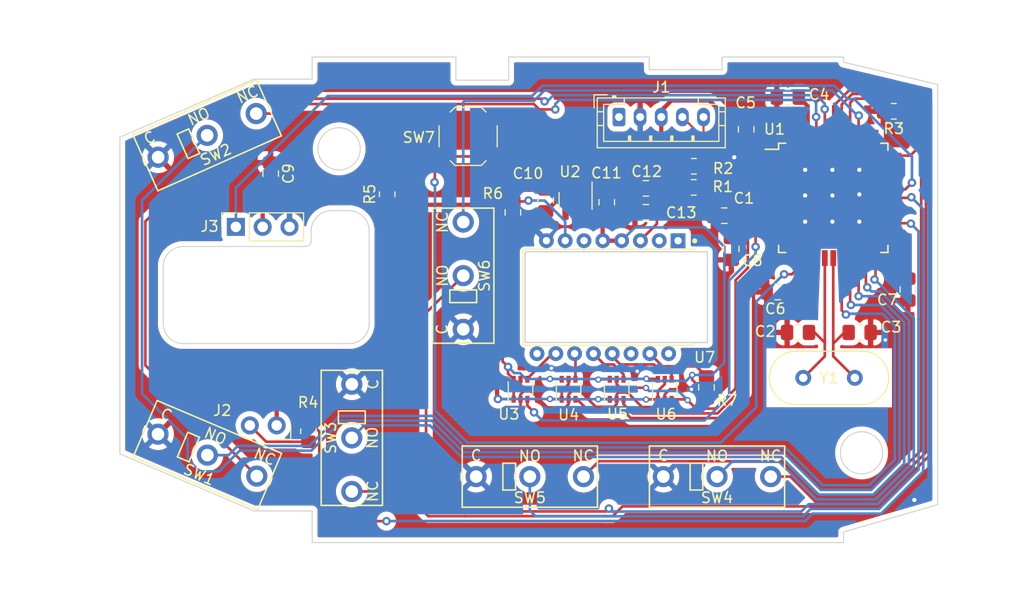
<source format=kicad_pcb>
(kicad_pcb (version 20210108) (generator pcbnew)
  (layers (0 "F.Cu" signal) (31 "B.Cu" signal) (34 "B.Paste" user) (35 "F.Paste" user) (36 "B.SilkS" user "B.Silkscreen") (37 "F.SilkS" user "F.Silkscreen") (38 "B.Mask" user) (39 "F.Mask" user) (44 "Edge.Cuts" user))
  (net 0 "")
  (net 1 "Net-(C1-Pad2)")
  (net 2 "GND")
  (net 3 "Net-(C2-Pad2)")
  (net 4 "Net-(C3-Pad2)")
  (net 5 "Net-(C4-Pad2)")
  (net 6 "Net-(J2-Pad2)")
  (net 7 "Net-(C9-Pad2)")
  (net 8 "Net-(SW7-Pad2)")
  (net 9 "VCC")
  (net 10 "VDD")
  (net 11 "Net-(C12-Pad1)")
  (net 12 "D+")
  (net 13 "D-")
  (net 14 "no_connect_(J1-Pad1)")
  (net 15 "WHL_COM")
  (net 16 "no_connect_(U7-Pad1)")
  (net 17 "MISO")
  (net 18 "/ATMEGA2_USB_D_P")
  (net 19 "/ATMEGA2_USB_D_N")
  (net 20 "WHL_LED")
  (net 21 "NRESET")
  (net 22 "+left")
  (net 23 "-left")
  (net 24 "+right")
  (net 25 "-right")
  (net 26 "+middle")
  (net 27 "-middle")
  (net 28 "+rsb")
  (net 29 "-rsb")
  (net 30 "+fsb")
  (net 31 "-fsb")
  (net 32 "+dpi")
  (net 33 "-dpi")
  (net 34 "no_connect_(U1-Pad32)")
  (net 35 "no_connect_(U1-Pad31)")
  (net 36 "no_connect_(U1-Pad30)")
  (net 37 "no_connect_(U1-Pad27)")
  (net 38 "no_connect_(U1-Pad26)")
  (net 39 "no_connect_(U1-Pad12)")
  (net 40 "MISO-H")
  (net 41 "MOSI-H")
  (net 42 "SCLK-H")
  (net 43 "SS-H")
  (net 44 "no_connect_(U1-Pad1)")
  (net 45 "no_connect_(U2-Pad4)")
  (net 46 "MOSI")
  (net 47 "SS")
  (net 48 "SCLK")
  (net 49 "no_connect_(U7-Pad2)")
  (net 50 "no_connect_(U7-Pad6)")
  (net 51 "no_connect_(U7-Pad9)")
  (net 52 "no_connect_(U7-Pad14)")
  (net 53 "no_connect_(U7-Pad16)")
  (net 54 "Net-(R3-Pad1)")
  (net 55 "Net-(R7-Pad2)")
  (footprint "Capacitor_SMD:C_0805_2012Metric_Pad1.18x1.45mm_HandSolder" (layer "F.Cu") (at 80.04 137.86 180)
    (fp_text reference "C13")
    (fp_text value "100nF")
  )
  (footprint "Connector_JST:JST_PH_B5B-PH-K_1x05_P2.00mm_Vertical" (layer "F.Cu") (at 77.49 128.84)
    (fp_text reference "J1")
    (fp_text value "Conn_01x05_Female")
  )
  (footprint "Capacitor_SMD:C_0805_2012Metric_Pad1.18x1.45mm_HandSolder" (layer "F.Cu") (at 104.84 145.18 -90)
    (fp_text reference "C7")
    (fp_text value "100nf")
  )
  (footprint "Capacitor_SMD:C_0805_2012Metric_Pad1.18x1.45mm_HandSolder" (layer "F.Cu") (at 67.45 137.87 -90)
    (fp_text reference "R6")
    (fp_text value "10k")
  )
  (footprint "Capacitor_SMD:C_0805_2012Metric_Pad1.18x1.45mm_HandSolder" (layer "F.Cu") (at 80.04 135.6 180)
    (fp_text reference "C12")
    (fp_text value "4.7uF")
  )
  (footprint "Capacitor_SMD:C_0805_2012Metric_Pad1.18x1.45mm_HandSolder" (layer "F.Cu") (at 88.12 141.33 -90)
    (fp_text reference "C8")
    (fp_text value "1uF")
  )
  (footprint "Crystal:Crystal_HC49-U_Vertical" (layer "F.Cu") (at 94.931579 153.544907)
    (fp_text reference "Y1")
    (fp_text value "16mhz Crystal")
  )
  (footprint "Capacitor_SMD:C_0805_2012Metric_Pad1.18x1.45mm_HandSolder" (layer "F.Cu") (at 76.33 136.91 90)
    (fp_text reference "C11")
    (fp_text value "1uF")
  )
  (footprint "Resistor_SMD:R_0805_2012Metric_Pad1.20x1.40mm_HandSolder" (layer "F.Cu") (at 48.1 158.6 90)
    (fp_text reference "R4")
    (fp_text value "150")
  )
  (footprint "Package_TO_SOT_SMD:SOT-363_SC-70-6" (layer "F.Cu") (at 77.27 154.63 90)
    (fp_text reference "U5")
    (fp_text value "SN74LVC1T45DCK")
  )
  (footprint "Resistor_SMD:R_0805_2012Metric_Pad1.20x1.40mm_HandSolder" (layer "F.Cu") (at 84.58 133.499999)
    (fp_text reference "R2")
    (fp_text value "22")
  )
  (footprint "Capacitor_SMD:C_0805_2012Metric_Pad1.18x1.45mm_HandSolder" (layer "F.Cu") (at 94.44 149.24)
    (fp_text reference "C2")
    (fp_text value "22pf")
  )
  (footprint "Capacitor_SMD:C_0805_2012Metric_Pad1.18x1.45mm_HandSolder" (layer "F.Cu") (at 100.27 149.24 180)
    (fp_text reference "C3")
    (fp_text value "22pf")
  )
  (footprint "Package_TO_SOT_SMD:SOT-363_SC-70-6" (layer "F.Cu") (at 72.72 154.63 90)
    (fp_text reference "U4")
    (fp_text value "SN74LVC1T45DCK")
  )
  (footprint "Capacitor_SMD:C_0805_2012Metric_Pad1.18x1.45mm_HandSolder" (layer "F.Cu") (at 87.46 138.18)
    (fp_text reference "C1")
    (fp_text value "1uF")
  )
  (footprint "Connector_PinSocket_2.54mm:PinSocket_1x03_P2.54mm_Vertical" (layer "F.Cu") (at 41.225 139.245 90)
    (fp_text reference "J3")
    (fp_text value "Conn_01x03_Female")
  )
  (footprint "Capacitor_SMD:C_0805_2012Metric_Pad1.18x1.45mm_HandSolder" (layer "F.Cu") (at 92.51 145.41 180)
    (fp_text reference "C6")
    (fp_text value "100nf")
  )
  (footprint "Resistor_SMD:R_0805_2012Metric_Pad1.20x1.40mm_HandSolder" (layer "F.Cu") (at 55.55 136.15 90)
    (fp_text reference "R5")
    (fp_text value "10")
  )
  (footprint "Capacitor_SMD:C_0805_2012Metric_Pad1.18x1.45mm_HandSolder" (layer "F.Cu") (at 93.47 126.96)
    (fp_text reference "C4")
    (fp_text value "100nF")
  )
  (footprint "mouse:Microswitch_SPDT_D2F" (layer "F.Cu") (at 62.75 143.865 90)
    (fp_text reference "SW6")
    (fp_text value "SW_SPDT")
  )
  (footprint "Resistor_SMD:R_0805_2012Metric_Pad1.20x1.40mm_HandSolder" (layer "F.Cu") (at 103.5 128.29 180)
    (fp_text reference "R3")
    (fp_text value "1k")
  )
  (footprint "mouse:Microswitch_SPDT_D2F" (layer "F.Cu") (at 38.53 160.865 -23)
    (fp_text reference "SW1")
    (fp_text value "SW_SPDT")
  )
  (footprint "Capacitor_SMD:C_0805_2012Metric_Pad1.18x1.45mm_HandSolder" (layer "F.Cu") (at 89.53 130 -90)
    (fp_text reference "C5")
    (fp_text value "100nf")
  )
  (footprint "Connector_PinSocket_2.54mm:PinSocket_1x02_P2.54mm_Vertical" (layer "F.Cu") (at 45.09 158.05 -90)
    (fp_text reference "J2")
    (fp_text value "Conn_01x02_Female")
  )
  (footprint "Capacitor_SMD:C_0805_2012Metric_Pad1.18x1.45mm_HandSolder" (layer "F.Cu") (at 44.52 134.2 -90)
    (fp_text reference "C9")
    (fp_text value "100nF")
  )
  (footprint "mouse:Microswitch_SPDT_D2F" (layer "F.Cu") (at 86.77 162.9)
    (fp_text reference "SW4")
    (fp_text value "SW_SPDT")
  )
  (footprint "Package_QFP:TQFP-44_10x10mm_P0.8mm" (layer "F.Cu") (at 97.771579 136.494907)
    (fp_text reference "U1")
    (fp_text value "ATmega32U4-AU")
  )
  (footprint "Capacitor_SMD:C_0805_2012Metric_Pad1.18x1.45mm_HandSolder" (layer "F.Cu") (at 70.55 136.73 -90)
    (fp_text reference "C10")
    (fp_text value "1uF")
  )
  (footprint "Package_TO_SOT_SMD:SOT-23-5" (layer "F.Cu") (at 73.38 136.78 -90)
    (fp_text reference "U2")
    (fp_text value "TLV70019")
  )
  (footprint "Capacitor_SMD:C_0805_2012Metric_Pad1.18x1.45mm_HandSolder" (layer "F.Cu") (at 85.77 154.45 90)
    (fp_text reference "R7")
    (fp_text value "39R")
  )
  (footprint "Package_TO_SOT_SMD:SOT-363_SC-70-6" (layer "F.Cu") (at 81.82 154.63 90)
    (fp_text reference "U6")
    (fp_text value "SN74LVC1T45DCK")
  )
  (footprint "mouse:PMW3360DM-T2QU" (layer "F.Cu") (at 77.42 145.9 180)
    (fp_text reference "U7")
    (fp_text value "PMW3360DM-T2QU")
    (fp_rect (start -8.44 -4.3) (end 8.82 4.3) (layer "Edge.Cuts") (width 0.12) (fill none))
  )
  (footprint "Resistor_SMD:R_0805_2012Metric_Pad1.20x1.40mm_HandSolder" (layer "F.Cu") (at 84.57 135.499999)
    (fp_text reference "R1")
    (fp_text value "22")
  )
  (footprint "mouse:Microswitch_SPDT_D2F" (layer "F.Cu") (at 52.2 159.23 -90)
    (fp_text reference "SW3")
    (fp_text value "SW_SPDT")
  )
  (footprint "Package_TO_SOT_SMD:SOT-363_SC-70-6" (layer "F.Cu") (at 68.17 154.63 90)
    (fp_text reference "U3")
    (fp_text value "SN74LVC1T45DCK")
  )
  (footprint "mouse:Microswitch_SPDT_D2F" (layer "F.Cu") (at 69.05 162.9)
    (fp_text reference "SW5")
    (fp_text value "SW_SPDT")
  )
  (footprint "mouse:Microswitch_SPDT_D2F" (layer "F.Cu") (at 38.51 130.575 24)
    (fp_text reference "SW2")
    (fp_text value "SW_SPDT")
  )
  (footprint "Button_Switch_SMD:SW_SPST_TL3342" (layer "F.Cu") (at 63.21 130.67)
    (fp_text reference "SW7")
    (fp_text value "SW_SPST")
  )
  (gr_arc (start 50.301843 139.657649) (end 48.35 139.497523) (angle 86.9) (layer "Edge.Cuts") (width 0.1))
  (gr_line (start 87.25 123.15) (end 98.75 123.15) (layer "Edge.Cuts") (width 0.1))
  (gr_line (start 67.05 123.15) (end 80.35 123.15) (layer "Edge.Cuts") (width 0.1))
  (gr_line (start 48.45 125.25) (end 42.95 125.25) (layer "Edge.Cuts") (width 0.1))
  (gr_line (start 48.35 140.6) (end 48.35 139.497523) (layer "Edge.Cuts") (width 0.1))
  (gr_line (start 98.75 168.15) (end 107.65 165.55) (layer "Edge.Cuts") (width 0.1))
  (gr_arc (start 51.936627 148.384908) (end 53.85 148.5) (angle 89) (layer "Edge.Cuts") (width 0.1))
  (gr_arc (start 36.254723 143.005249) (end 34.35 142.9) (angle 89.7) (layer "Edge.Cuts") (width 0.1))
  (gr_line (start 48.45 123.15) (end 62.05 123.15) (layer "Edge.Cuts") (width 0.1))
  (gr_line (start 87.25 123.15) (end 87.25 124.35) (layer "Edge.Cuts") (width 0.1))
  (gr_arc (start 47.817472 140.566717) (end 48.35 140.6) (angle 88.3) (layer "Edge.Cuts") (width 0.1))
  (gr_line (start 48.45 169.15) (end 48.45 166.15) (layer "Edge.Cuts") (width 0.1))
  (gr_line (start 42.95 125.25) (end 30.25 130.75) (layer "Edge.Cuts") (width 0.1))
  (gr_line (start 98.75 123.15) (end 98.75 123.65) (layer "Edge.Cuts") (width 0.1))
  (gr_line (start 80.35 123.15) (end 80.35 124.35) (layer "Edge.Cuts") (width 0.1))
  (gr_line (start 98.75 169.15) (end 98.75 168.15) (layer "Edge.Cuts") (width 0.1))
  (gr_arc (start 36.258808 148.392604) (end 36.144507 150.3) (angle 89.2) (layer "Edge.Cuts") (width 0.1))
  (gr_line (start 80.35 124.35) (end 87.25 124.35) (layer "Edge.Cuts") (width 0.1))
  (gr_line (start 62.05 125.35) (end 67.05 125.35) (layer "Edge.Cuts") (width 0.1))
  (gr_line (start 36.35 141.1) (end 47.8 141.1) (layer "Edge.Cuts") (width 0.1))
  (gr_line (start 48.45 166.15) (end 42.95 166.15) (layer "Edge.Cuts") (width 0.1))
  (gr_line (start 34.35 148.304944) (end 34.35 142.9) (layer "Edge.Cuts") (width 0.1))
  (gr_line (start 107.65 125.75) (end 107.65 165.55) (layer "Edge.Cuts") (width 0.1))
  (gr_line (start 98.75 169.15) (end 48.45 169.15) (layer "Edge.Cuts") (width 0.1))
  (gr_line (start 67.05 123.15) (end 67.05 125.35) (layer "Edge.Cuts") (width 0.1))
  (gr_line (start 42.95 166.15) (end 30.25 160.75) (layer "Edge.Cuts") (width 0.1))
  (gr_line (start 53.85 148.5) (end 53.85 139.706185) (layer "Edge.Cuts") (width 0.1))
  (gr_circle (center 100.45 160.65) (end 102.45 160.65) (layer "Edge.Cuts") (width 0.1) (fill none))
  (gr_arc (start 51.886783 139.656833) (end 52.052477 137.7) (angle 86.6) (layer "Edge.Cuts") (width 0.1))
  (gr_line (start 30.25 160.75) (end 30.25 130.75) (layer "Edge.Cuts") (width 0.1))
  (gr_circle (center 51 131.85) (end 53 131.85) (layer "Edge.Cuts") (width 0.1) (fill none))
  (gr_line (start 62.05 123.15) (end 62.05 125.35) (layer "Edge.Cuts") (width 0.1))
  (gr_line (start 48.45 123.15) (end 48.45 125.25) (layer "Edge.Cuts") (width 0.1))
  (gr_line (start 98.75 123.65) (end 107.65 125.75) (layer "Edge.Cuts") (width 0.1))
  (gr_line (start 50.356185 137.7) (end 52.052477 137.7) (layer "Edge.Cuts") (width 0.1))
  (gr_line (start 51.854944 150.3) (end 36.144507 150.3) (layer "Edge.Cuts") (width 0.1))
  (segment (start 89.24 138.18) (end 90.93 136.49) (width 0.4) (layer "F.Cu") (net 1))
  (segment (start 88.4975 138.18) (end 89.24 138.18) (width 0.4) (layer "F.Cu") (net 1))
  (segment (start 90.93 136.49) (end 92.066672 136.49) (width 0.4) (layer "F.Cu") (net 1))
  (segment (start 73.38 135.6725) (end 73.38 136.335) (width 0.4) (layer "F.Cu") (net 2))
  (segment (start 72.925 136.79) (end 73.38 136.335) (width 0.4) (layer "F.Cu") (net 2))
  (segment (start 88.455093 135.694907) (end 88.45 135.7) (width 0.4) (layer "F.Cu") (net 2))
  (segment (start 94.571579 130.794907) (end 94.571579 131.739927) (width 0.4) (layer "F.Cu") (net 2))
  (segment (start 81.82 156.04002) (end 81.55002 156.31) (width 0.25) (layer "F.Cu") (net 2))
  (segment (start 68.17 155.58) (end 68.17 156.64) (width 0.25) (layer "F.Cu") (net 2))
  (segment (start 72.72 155.11998) (end 73.04998 154.79) (width 0.25) (layer "F.Cu") (net 2))
  (segment (start 73.79 154.79) (end 75.29 156.29) (width 0.25) (layer "F.Cu") (net 2))
  (segment (start 92.071579 135.694907) (end 88.455093 135.694907) (width 0.4) (layer "F.Cu") (net 2))
  (segment (start 72.72 155.58) (end 72.72 155.11998) (width 0.25) (layer "F.Cu") (net 2))
  (segment (start 82.30998 154.63) (end 84.35 154.63) (width 0.25) (layer "F.Cu") (net 2))
  (segment (start 73.04998 154.79) (end 73.79 154.79) (width 0.25) (layer "F.Cu") (net 2))
  (segment (start 87.565093 135.694907) (end 88.455093 135.694907) (width 0.4) (layer "F.Cu") (net 2))
  (segment (start 96.171579 145.628421) (end 96.171579 142.194907) (width 0.4) (layer "F.Cu") (net 2))
  (segment (start 100.971579 129.478421) (end 100.99 129.46) (width 0.4) (layer "F.Cu") (net 2))
  (segment (start 77.27 156.04002) (end 77.27 155.58) (width 0.25) (layer "F.Cu") (net 2))
  (segment (start 94.571579 131.739927) (end 95.171652 132.34) (width 0.4) (layer "F.Cu") (net 2))
  (segment (start 73.38 136.335) (end 73.855 136.81) (width 0.4) (layer "F.Cu") (net 2))
  (segment (start 69.19 154.82) (end 70.72 156.35) (width 0.25) (layer "F.Cu") (net 2))
  (segment (start 100.971579 131.739927) (end 100.971579 130.794907) (width 0.4) (layer "F.Cu") (net 2))
  (segment (start 72.72 156.04002) (end 72.72 155.58) (width 0.25) (layer "F.Cu") (net 2))
  (segment (start 95.171652 132.34) (end 100.371506 132.34) (width 0.4) (layer "F.Cu") (net 2))
  (segment (start 100.371506 132.34) (end 100.971579 131.739927) (width 0.4) (layer "F.Cu") (net 2))
  (segment (start 79.67 156.31) (end 78.289989 154.929989) (width 0.25) (layer "F.Cu") (net 2))
  (segment (start 94.571579 128.471579) (end 94.571579 130.794907) (width 0.4) (layer "F.Cu") (net 2))
  (segment (start 96.08 145.72) (end 96.171579 145.628421) (width 0.4) (layer "F.Cu") (net 2))
  (segment (start 86.4225 136.8375) (end 87.565093 135.694907) (width 0.4) (layer "F.Cu") (net 2))
  (segment (start 81.82 155.11998) (end 82.30998 154.63) (width 0.25) (layer "F.Cu") (net 2))
  (segment (start 71.5575 136.79) (end 72.925 136.79) (width 0.4) (layer "F.Cu") (net 2))
  (segment (start 81.82 155.58) (end 81.82 156.04002) (width 0.25) (layer "F.Cu") (net 2))
  (segment (start 70.55 137.7975) (end 71.5575 136.79) (width 0.4) (layer "F.Cu") (net 2))
  (segment (start 78.289989 154.929989) (end 77.459991 154.929989) (width 0.25) (layer "F.Cu") (net 2))
  (segment (start 94.51 128.41) (end 94.571579 128.471579) (width 0.4) (layer "F.Cu") (net 2))
  (segment (start 75.4225 136.81) (end 76.33 135.9025) (width 0.4) (layer "F.Cu") (net 2))
  (segment (start 77.459991 154.929989) (end 77.27 155.11998) (width 0.25) (layer "F.Cu") (net 2))
  (segment (start 77.02002 156.29) (end 77.27 156.04002) (width 0.25) (layer "F.Cu") (net 2))
  (segment (start 81.82 155.58) (end 81.82 155.11998) (width 0.25) (layer "F.Cu") (net 2))
  (segment (start 77.27 155.11998) (end 77.27 155.58) (width 0.25) (layer "F.Cu") (net 2))
  (segment (start 86.4225 138.18) (end 86.4225 136.8375) (width 0.4) (layer "F.Cu") (net 2))
  (segment (start 81.55002 156.31) (end 79.67 156.31) (width 0.25) (layer "F.Cu") (net 2))
  (segment (start 73.855 136.81) (end 75.4225 136.81) (width 0.4) (layer "F.Cu") (net 2))
  (segment (start 72.41002 156.35) (end 72.72 156.04002) (width 0.25) (layer "F.Cu") (net 2))
  (segment (start 75.29 156.29) (end 77.02002 156.29) (width 0.25) (layer "F.Cu") (net 2))
  (segment (start 100.971579 130.794907) (end 100.971579 129.478421) (width 0.4) (layer "F.Cu") (net 2))
  (segment (start 68.17 155.58) (end 68.17 155.11998) (width 0.25) (layer "F.Cu") (net 2))
  (segment (start 70.72 156.35) (end 72.41002 156.35) (width 0.25) (layer "F.Cu") (net 2))
  (segment (start 68.17 155.11998) (end 68.46998 154.82) (width 0.25) (layer "F.Cu") (net 2))
  (segment (start 68.46998 154.82) (end 69.19 154.82) (width 0.25) (layer "F.Cu") (net 2))
  (via (at 95.11 138.75) (size 0.8) (drill 0.4) (layers "F.Cu" "B.Cu") (net 2))
  (via (at 95.11 133.84) (size 0.8) (drill 0.4) (layers "F.Cu" "B.Cu") (net 2))
  (via (at 102.704 149.96) (size 0.6) (drill 0.33) (layers "F.Cu" "B.Cu") (net 2))
  (via (at 79.22 152.92) (size 0.6) (drill 0.33) (layers "F.Cu" "B.Cu") (net 2))
  (via (at 100.24 136.17) (size 0.8) (drill 0.4) (layers "F.Cu" "B.Cu") (net 2))
  (via (at 71.09 152.63) (size 0.6) (drill 0.33) (layers "F.Cu" "B.Cu") (net 2))
  (via (at 95.11 136.27) (size 0.8) (drill 0.4) (layers "F.Cu" "B.Cu") (net 2))
  (via (at 84.35 154.63) (size 0.6) (drill 0.33) (layers "F.Cu" "B.Cu") (net 2))
  (via (at 97.69 138.75) (size 0.8) (drill 0.4) (layers "F.Cu" "B.Cu") (net 2))
  (via (at 97.69 133.84) (size 0.8) (drill 0.4) (layers "F.Cu" "B.Cu") (net 2))
  (via (at 100.24 133.84) (size 0.8) (drill 0.4) (layers "F.Cu" "B.Cu") (net 2))
  (via (at 88.4 132.65) (size 0.8) (drill 0.4) (layers "F.Cu" "B.Cu") (net 2))
  (via (at 105.45 165.11) (size 0.8) (drill 0.4) (layers "F.Cu" "B.Cu") (net 2))
  (via (at 97.69 136.27) (size 0.8) (drill 0.4) (layers "F.Cu" "B.Cu") (net 2))
  (via (at 100.24 138.75) (size 0.8) (drill 0.4) (layers "F.Cu" "B.Cu") (net 2))
  (segment (start 107.02 127.45) (end 107.02 163.54) (width 0.25) (layer "B.Cu") (net 2))
  (segment (start 106.795 127.435) (end 107.005 127.435) (width 0.25) (layer "B.Cu") (net 2))
  (segment (start 106.795 163.765) (end 106.795 127.435) (width 0.25) (layer "B.Cu") (net 2))
  (segment (start 107.02 163.54) (end 105.45 165.11) (width 0.25) (layer "B.Cu") (net 2))
  (segment (start 107.005 127.435) (end 107.02 127.45) (width 0.25) (layer "B.Cu") (net 2))
  (segment (start 96 149.24) (end 96.971579 150.211579) (width 0.25) (layer "F.Cu") (net 3))
  (segment (start 95.4775 149.24) (end 96 149.24) (width 0.25) (layer "F.Cu") (net 3))
  (segment (start 96.971579 142.194907) (end 96.971579 151.504907) (width 0.25) (layer "F.Cu") (net 3))
  (segment (start 96.971579 151.504907) (end 94.931579 153.544907) (width 0.25) (layer "F.Cu") (net 3))
  (segment (start 97.771579 151.504907) (end 99.811579 153.544907) (width 0.25) (layer "F.Cu") (net 4))
  (segment (start 98.83 149.24) (end 97.771579 150.298421) (width 0.25) (layer "F.Cu") (net 4))
  (segment (start 97.771579 142.194907) (end 97.771579 150.298421) (width 0.25) (layer "F.Cu") (net 4))
  (segment (start 97.771579 150.298421) (end 97.771579 151.504907) (width 0.25) (layer "F.Cu") (net 4))
  (segment (start 95.349989 130.773317) (end 95.349989 127.802489) (width 0.4) (layer "F.Cu") (net 5))
  (segment (start 95.349989 127.802489) (end 94.5075 126.96) (width 0.4) (layer "F.Cu") (net 5))
  (segment (start 48.1 159.6) (end 44.1 159.6) (width 0.25) (layer "F.Cu") (net 6))
  (segment (start 44.1 159.6) (end 42.55 158.05) (width 0.25) (layer "F.Cu") (net 6))
  (segment (start 44.52 135.2375) (end 55.4625 135.2375) (width 0.4) (layer "F.Cu") (net 7))
  (segment (start 44.52 137.03) (end 44.52 135.2375) (width 0.4) (layer "F.Cu") (net 7))
  (segment (start 43.765 137.785) (end 44.52 137.03) (width 0.4) (layer "F.Cu") (net 7))
  (segment (start 43.765 139.245) (end 43.765 137.785) (width 0.4) (layer "F.Cu") (net 7))
  (segment (start 93.12 143.735) (end 93.841506 143.735) (width 0.25) (layer "F.Cu") (net 8))
  (segment (start 94.571579 143.004927) (end 94.571579 142.194907) (width 0.25) (layer "F.Cu") (net 8))
  (segment (start 93.841506 143.735) (end 94.571579 143.004927) (width 0.25) (layer "F.Cu") (net 8))
  (segment (start 60.03 135.01) (end 60.06 134.98) (width 0.25) (layer "F.Cu") (net 8))
  (segment (start 60.06 132.57) (end 66.36 132.57) (width 0.25) (layer "F.Cu") (net 8))
  (segment (start 60.06 134.98) (end 60.06 132.57) (width 0.25) (layer "F.Cu") (net 8))
  (via (at 93.12 143.735) (size 0.8) (drill 0.4) (layers "F.Cu" "B.Cu") (net 8))
  (via (at 60.03 135.01) (size 0.8) (drill 0.4) (layers "F.Cu" "B.Cu") (net 8))
  (segment (start 87.12002 159.68998) (end 90.49 156.32) (width 0.25) (layer "B.Cu") (net 8))
  (segment (start 60.12998 156.69998) (end 60.149252 156.69998) (width 0.25) (layer "B.Cu") (net 8))
  (segment (start 90.49 146.32) (end 93.075 143.735) (width 0.25) (layer "B.Cu") (net 8))
  (segment (start 60.03 135.01) (end 60.07 135.05) (width 0.25) (layer "B.Cu") (net 8))
  (segment (start 63.139252 159.68998) (end 87.12002 159.68998) (width 0.25) (layer "B.Cu") (net 8))
  (segment (start 90.49 156.32) (end 90.49 146.32) (width 0.25) (layer "B.Cu") (net 8))
  (segment (start 93.075 143.735) (end 93.12 143.735) (width 0.25) (layer "B.Cu") (net 8))
  (segment (start 60.07 135.05) (end 60.07 156.64) (width 0.25) (layer "B.Cu") (net 8))
  (segment (start 60.07 156.64) (end 60.12998 156.69998) (width 0.25) (layer "B.Cu") (net 8))
  (segment (start 60.149252 156.69998) (end 63.139252 159.68998) (width 0.25) (layer "B.Cu") (net 8))
  (segment (start 89.53 130.755) (end 86.045 127.27) (width 0.4) (layer "F.Cu") (net 9))
  (segment (start 104.99 140.268308) (end 104.99 143.9925) (width 0.4) (layer "F.Cu") (net 9))
  (segment (start 73.9 134.55) (end 72.82 134.55) (width 0.4) (layer "F.Cu") (net 9))
  (segment (start 66.01 136.33) (end 66.055 136.285) (width 0.25) (layer "F.Cu") (net 9))
  (segment (start 70.96 155.55) (end 72.04 155.55) (width 0.25) (layer "F.Cu") (net 9))
  (segment (start 91.205093 137.294907) (end 92.071579 137.294907) (width 0.4) (layer "F.Cu") (net 9))
  (segment (start 66.03 155.55) (end 67.49 155.55) (width 0.25) (layer "F.Cu") (net 9))
  (segment (start 65.19 137.15) (end 66.6175 135.7225) (width 0.4) (layer "F.Cu") (net 9))
  (segment (start 86.045 127.27) (end 82.45 127.27) (width 0.4) (layer "F.Cu") (net 9))
  (segment (start 93.205093 137.294907) (end 93.65 136.85) (width 0.4) (layer "F.Cu") (net 9))
  (segment (start 103.471579 139.694907) (end 102.526559 139.694907) (width 0.4) (layer "F.Cu") (net 9))
  (segment (start 81.49 130.34) (end 80.06 131.77) (width 0.4) (layer "F.Cu") (net 9))
  (segment (start 80.07 155.58) (end 80.05 155.6) (width 0.25) (layer "F.Cu") (net 9))
  (segment (start 93.016599 133.294907) (end 92.071579 133.294907) (width 0.4) (layer "F.Cu") (net 9))
  (segment (start 101.578466 140.643) (end 101.457 140.643) (width 0.4) (layer "F.Cu") (net 9))
  (segment (start 91.998251 133.294907) (end 91.224907 133.294907) (width 0.4) (layer "F.Cu") (net 9))
  (segment (start 67.52 155.58) (end 67.52 154.79002) (width 0.25) (layer "F.Cu") (net 9))
  (segment (start 82.45 127.27) (end 81.49 128.23) (width 0.4) (layer "F.Cu") (net 9))
  (segment (start 68.17 154.14002) (end 68.17 153.68) (width 0.25) (layer "F.Cu") (net 9))
  (segment (start 104.416599 139.694907) (end 104.99 140.268308) (width 0.4) (layer "F.Cu") (net 9))
  (segment (start 66.03 155.55) (end 65.95 155.47) (width 0.4) (layer "F.Cu") (net 9))
  (segment (start 48.918 151.93) (end 45.09 155.758) (width 0.4) (layer "F.Cu") (net 9))
  (segment (start 80.06 131.77) (end 77.69 131.77) (width 0.4) (layer "F.Cu") (net 9))
  (segment (start 53.43 151.93) (end 48.918 151.93) (width 0.4) (layer "F.Cu") (net 9))
  (segment (start 55.545 137.155) (end 55.545 149.815) (width 0.4) (layer "F.Cu") (net 9))
  (segment (start 75.526 155.57) (end 76.61 155.57) (width 0.25) (layer "F.Cu") (net 9))
  (segment (start 93.205093 137.294907) (end 92.071579 137.294907) (width 0.4) (layer "F.Cu") (net 9))
  (segment (start 74.33 134.98) (end 73.9 134.55) (width 0.4) (layer "F.Cu") (net 9))
  (segment (start 72.07 154.79002) (end 72.72 154.14002) (width 0.25) (layer "F.Cu") (net 9))
  (segment (start 93.65 133.928308) (end 93.016599 133.294907) (width 0.4) (layer "F.Cu") (net 9))
  (segment (start 88.2075 140.2925) (end 91.205093 137.294907) (width 0.4) (layer "F.Cu") (net 9))
  (segment (start 72.07 155.58) (end 72.07 154.79002) (width 0.25) (layer "F.Cu") (net 9))
  (segment (start 93.65 139.536) (end 93.65 133.928308) (width 0.4) (layer "F.Cu") (net 9))
  (segment (start 66.03 136.35) (end 66.01 136.33) (width 0.25) (layer "F.Cu") (net 9))
  (segment (start 81.82 154.14002) (end 81.82 153.68) (width 0.25) (layer "F.Cu") (net 9))
  (segment (start 72.72 154.14002) (end 72.72 153.68) (width 0.25) (layer "F.Cu") (net 9))
  (segment (start 93.771579 130.794907) (end 93.528986 131.0375) (width 0.4) (layer "F.Cu") (net 9))
  (segment (start 103.471579 139.694907) (end 104.416599 139.694907) (width 0.4) (layer "F.Cu") (net 9))
  (segment (start 101.578466 140.643) (end 94.777 140.643) (width 0.4) (layer "F.Cu") (net 9))
  (segment (start 65.95 155.47) (end 65.95 136.43) (width 0.4) (layer "F.Cu") (net 9))
  (segment (start 77.69 131.77) (end 74.33 135.13) (width 0.4) (layer "F.Cu") (net 9))
  (segment (start 95.371579 143.585921) (end 93.5475 145.41) (width 0.4) (layer "F.Cu") (net 9))
  (segment (start 95.371579 142.194907) (end 95.371579 143.585921) (width 0.4) (layer "F.Cu") (net 9))
  (segment (start 101.771579 138.881579) (end 101.771579 130.794907) (width 0.4) (layer "F.Cu") (net 9))
  (segment (start 81.17 155.58) (end 81.17 154.79002) (width 0.25) (layer "F.Cu") (net 9))
  (segment (start 53.622 151.738) (end 53.558 151.738) (width 0.25) (layer "F.Cu") (net 9))
  (segment (start 72.82 134.55) (end 72.43 134.94) (width 0.4) (layer "F.Cu") (net 9))
  (segment (start 102.526559 139.636559) (end 101.771579 138.881579) (width 0.4) (layer "F.Cu") (net 9))
  (segment (start 94.777 140.643) (end 94.767 140.653) (width 0.4) (layer "F.Cu") (net 9))
  (segment (start 95.371579 141.257579) (end 93.65 139.536) (width 0.4) (layer "F.Cu") (net 9))
  (segment (start 55.55 137.15) (end 65.19 137.15) (width 0.4) (layer "F.Cu") (net 9))
  (segment (start 55.545 149.815) (end 53.622 151.738) (width 0.4) (layer "F.Cu") (net 9))
  (segment (start 65.95 136.43) (end 66.03 136.35) (width 0.4) (layer "F.Cu") (net 9))
  (segment (start 53.622 151.738) (end 53.43 151.93) (width 0.4) (layer "F.Cu") (net 9))
  (segment (start 90.82 132.3275) (end 89.53 131.0375) (width 0.4) (layer "F.Cu") (net 9))
  (segment (start 81.17 155.58) (end 80.07 155.58) (width 0.25) (layer "F.Cu") (net 9))
  (segment (start 90.82 132.89) (end 90.82 132.3275) (width 0.4) (layer "F.Cu") (net 9))
  (segment (start 72.38 135.7225) (end 70.55 135.7225) (width 0.4) (layer "F.Cu") (net 9))
  (segment (start 74.33 135.6425) (end 74.33 134.98) (width 0.4) (layer "F.Cu") (net 9))
  (segment (start 66.6175 135.7225) (end 70.55 135.7225) (width 0.4) (layer "F.Cu") (net 9))
  (segment (start 102.526559 139.694907) (end 101.578466 140.643) (width 0.4) (layer "F.Cu") (net 9))
  (segment (start 91.224907 133.294907) (end 90.82 132.89) (width 0.4) (layer "F.Cu") (net 9))
  (segment (start 72.43 134.94) (end 72.43 135.6425) (width 0.4) (layer "F.Cu") (net 9))
  (segment (start 67.52 154.79002) (end 68.17 154.14002) (width 0.25) (layer "F.Cu") (net 9))
  (segment (start 81.17 154.79002) (end 81.82 154.14002) (width 0.25) (layer "F.Cu") (net 9))
  (segment (start 45.09 155.758) (end 45.09 158.05) (width 0.4) (layer "F.Cu") (net 9))
  (segment (start 95.371579 142.194907) (end 95.371579 141.257579) (width 0.4) (layer "F.Cu") (net 9))
  (segment (start 81.49 128.84) (end 81.49 130.34) (width 0.4) (layer "F.Cu") (net 9))
  (segment (start 93.528986 131.0375) (end 89.53 131.0375) (width 0.4) (layer "F.Cu") (net 9))
  (via (at 75.526 155.57) (size 0.6) (drill 0.33) (layers "F.Cu" "B.Cu") (net 9))
  (via (at 80.05 155.6) (size 0.6) (drill 0.33) (layers "F.Cu" "B.Cu") (net 9))
  (via (at 70.96 155.55) (size 0.6) (drill 0.33) (layers "F.Cu" "B.Cu") (net 9))
  (via (at 66.03 155.55) (size 0.8) (drill 0.4) (layers "F.Cu" "B.Cu") (net 9))
  (segment (start 70.96 155.55) (end 70.98 155.57) (width 0.25) (layer "B.Cu") (net 9))
  (segment (start 70.96 155.55) (end 66.03 155.55) (width 0.25) (layer "B.Cu") (net 9))
  (segment (start 80.05 155.6) (end 80.03 155.58) (width 0.25) (layer "B.Cu") (net 9))
  (segment (start 80.03 155.58) (end 75.536 155.58) (width 0.25) (layer "B.Cu") (net 9))
  (segment (start 70.98 155.57) (end 75.526 155.57) (width 0.25) (layer "B.Cu") (net 9))
  (segment (start 66.03 155.55) (end 65.98998 155.50998) (width 0.25) (layer "B.Cu") (net 9))
  (segment (start 75.536 155.58) (end 75.526 155.57) (width 0.25) (layer "B.Cu") (net 9))
  (segment (start 70.954 153.65) (end 72.04 153.65) (width 0.25) (layer "F.Cu") (net 10))
  (segment (start 66.99 152.5) (end 66.99 153.15) (width 0.25) (layer "F.Cu") (net 10))
  (segment (start 76.3 137.9775) (end 75.94 138.3375) (width 0.4) (layer "F.Cu") (net 10))
  (segment (start 74.36 137.9475) (end 76.33 137.9475) (width 0.4) (layer "F.Cu") (net 10))
  (segment (start 75.53 153.71) (end 75.56 153.68) (width 0.25) (layer "F.Cu") (net 10))
  (segment (start 85.056818 154.346818) (end 85.77 155.06) (width 0.25) (layer "F.Cu") (net 10))
  (segment (start 66.99 153.15) (end 67.52 153.68) (width 0.25) (layer "F.Cu") (net 10))
  (segment (start 80.08 153.63) (end 80.09 153.64) (width 0.25) (layer "F.Cu") (net 10))
  (segment (start 66.48002 151.99002) (end 66.99 152.5) (width 0.25) (layer "F.Cu") (net 10))
  (segment (start 77.74 140.55) (end 75.96 140.55) (width 0.4) (layer "F.Cu") (net 10))
  (segment (start 84.42 153.27) (end 84.42 153.72) (width 0.25) (layer "F.Cu") (net 10))
  (segment (start 84.42 153.72) (end 85.046818 154.346818) (width 0.25) (layer "F.Cu") (net 10))
  (segment (start 75.56 153.68) (end 76.62 153.68) (width 0.25) (layer "F.Cu") (net 10))
  (segment (start 66.48002 140.20998) (end 66.48002 151.99002) (width 0.25) (layer "F.Cu") (net 10))
  (segment (start 85.046818 154.346818) (end 85.056818 154.346818) (width 0.25) (layer "F.Cu") (net 10))
  (segment (start 67.45 139.24) (end 66.48002 140.20998) (width 0.25) (layer "F.Cu") (net 10))
  (segment (start 75.94 138.3375) (end 75.94 140.53) (width 0.4) (layer "F.Cu") (net 10))
  (segment (start 80.09 153.64) (end 81.13 153.64) (width 0.25) (layer "F.Cu") (net 10))
  (via (at 70.954 153.65) (size 0.6) (drill 0.33) (layers "F.Cu" "B.Cu") (net 10))
  (via (at 80.08 153.63) (size 0.6) (drill 0.33) (layers "F.Cu" "B.Cu") (net 10))
  (via (at 84.42 153.27) (size 0.6) (drill 0.33) (layers "F.Cu" "B.Cu") (net 10))
  (via (at 75.53 153.71) (size 0.6) (drill 0.33) (layers "F.Cu" "B.Cu") (net 10))
  (via (at 66.99 152.5) (size 0.8) (drill 0.4) (layers "F.Cu" "B.Cu") (net 10))
  (segment (start 84.42 153.27) (end 86.3 153.27) (width 0.25) (layer "B.Cu") (net 10))
  (segment (start 87.464 141.134) (end 85.622 139.292) (width 0.25) (layer "B.Cu") (net 10))
  (segment (start 75.53 153.71) (end 75.6 153.64) (width 0.25) (layer "B.Cu") (net 10))
  (segment (start 70.954 153.65) (end 68.67 153.65) (width 0.25) (layer "B.Cu") (net 10))
  (segment (start 85.622 139.292) (end 78.998 139.292) (width 0.25) (layer "B.Cu") (net 10))
  (segment (start 78.998 139.292) (end 77.74 140.55) (width 0.25) (layer "B.Cu") (net 10))
  (segment (start 80.07 153.64) (end 80.08 153.63) (width 0.25) (layer "B.Cu") (net 10))
  (segment (start 80.08 153.63) (end 80.28 153.83) (width 0.25) (layer "B.Cu") (net 10))
  (segment (start 68.11 153.09) (end 67.58 153.09) (width 0.25) (layer "B.Cu") (net 10))
  (segment (start 68.67 153.65) (end 68.11 153.09) (width 0.25) (layer "B.Cu") (net 10))
  (segment (start 80.28 153.83) (end 83.86 153.83) (width 0.25) (layer "B.Cu") (net 10))
  (segment (start 67.58 153.09) (end 66.99 152.5) (width 0.25) (layer "B.Cu") (net 10))
  (segment (start 75.53 153.71) (end 75.47 153.65) (width 0.25) (layer "B.Cu") (net 10))
  (segment (start 87.464 152.106) (end 87.464 141.134) (width 0.25) (layer "B.Cu") (net 10))
  (segment (start 75.6 153.64) (end 80.07 153.64) (width 0.25) (layer "B.Cu") (net 10))
  (segment (start 83.86 153.83) (end 84.42 153.27) (width 0.25) (layer "B.Cu") (net 10))
  (segment (start 86.3 153.27) (end 87.464 152.106) (width 0.25) (layer "B.Cu") (net 10))
  (segment (start 75.47 153.65) (end 70.954 153.65) (width 0.25) (layer "B.Cu") (net 10))
  (segment (start 81.0775 135.6) (end 81.0775 137.86) (width 0.25) (layer "F.Cu") (net 11))
  (segment (start 81.0775 138.9525) (end 81.0775 137.86) (width 0.25) (layer "F.Cu") (net 11))
  (segment (start 79.52 140.51) (end 81.0775 138.9525) (width 0.25) (layer "F.Cu") (net 11))
  (segment (start 84.674999 134.395) (end 83.57 135.499999) (width 0.2) (layer "F.Cu") (net 12))
  (segment (start 85.49 128.84) (end 85.49 132.012153) (width 0.2) (layer "F.Cu") (net 12))
  (segment (start 84.67998 132.822173) (end 84.67998 134.390018) (width 0.2) (layer "F.Cu") (net 12))
  (segment (start 84.67998 134.390018) (end 84.674999 134.395) (width 0.2) (layer "F.Cu") (net 12))
  (segment (start 85.49 132.012153) (end 84.67998 132.822173) (width 0.2) (layer "F.Cu") (net 12))
  (segment (start 85.039999 131.825771) (end 84.229989 132.635781) (width 0.2) (layer "F.Cu") (net 13))
  (segment (start 85.039999 130.389999) (end 85.039999 131.825771) (width 0.2) (layer "F.Cu") (net 13))
  (segment (start 84.229989 133.499999) (end 83.58 133.499999) (width 0.2) (layer "F.Cu") (net 13))
  (segment (start 84.229989 132.635781) (end 84.229989 133.499999) (width 0.2) (layer "F.Cu") (net 13))
  (segment (start 83.49 128.84) (end 85.039999 130.389999) (width 0.2) (layer "F.Cu") (net 13))
  (segment (start 105.22 135.06) (end 104.585093 135.694907) (width 0.25) (layer "F.Cu") (net 15))
  (segment (start 104.585093 135.694907) (end 103.471579 135.694907) (width 0.25) (layer "F.Cu") (net 15))
  (via (at 105.22 135.06) (size 0.8) (drill 0.4) (layers "F.Cu" "B.Cu") (net 15))
  (segment (start 49.914 126.846) (end 41.225 135.535) (width 0.25) (layer "B.Cu") (net 15))
  (segment (start 105.22 132.6) (end 99.76 127.14) (width 0.25) (layer "B.Cu") (net 15))
  (segment (start 69.265496 126.846) (end 49.914 126.846) (width 0.25) (layer "B.Cu") (net 15))
  (segment (start 97.866364 125.86994) (end 70.241556 125.86994) (width 0.25) (layer "B.Cu") (net 15))
  (segment (start 70.241556 125.86994) (end 69.265496 126.846) (width 0.25) (layer "B.Cu") (net 15))
  (segment (start 105.22 135.06) (end 105.22 132.6) (width 0.25) (layer "B.Cu") (net 15))
  (segment (start 41.225 135.535) (end 41.225 139.245) (width 0.25) (layer "B.Cu") (net 15))
  (segment (start 99.136424 127.14) (end 97.866364 125.86994) (width 0.25) (layer "B.Cu") (net 15))
  (segment (start 99.76 127.14) (end 99.136424 127.14) (width 0.25) (layer "B.Cu") (net 15))
  (segment (start 76.975031 152.275011) (end 76.095011 152.275011) (width 0.25) (layer "F.Cu") (net 17))
  (segment (start 77.92 153.21998) (end 76.975031 152.275011) (width 0.25) (layer "F.Cu") (net 17))
  (segment (start 77.92 153.68) (end 77.92 153.21998) (width 0.25) (layer "F.Cu") (net 17))
  (segment (start 76.095011 152.275011) (end 75.07 151.25) (width 0.25) (layer "F.Cu") (net 17))
  (segment (start 89.129909 134.72) (end 86.349999 134.72) (width 0.2) (layer "F.Cu") (net 18))
  (segment (start 91.89658 134.719908) (end 89.130001 134.719908) (width 0.2) (layer "F.Cu") (net 18))
  (segment (start 86.349999 134.72) (end 85.57 135.499999) (width 0.2) (layer "F.Cu") (net 18))
  (segment (start 89.130001 134.719908) (end 89.129909 134.72) (width 0.2) (layer "F.Cu") (net 18))
  (segment (start 89.129909 134.269998) (end 86.349999 134.269998) (width 0.2) (layer "F.Cu") (net 19))
  (segment (start 91.89658 134.269906) (end 89.130001 134.269906) (width 0.2) (layer "F.Cu") (net 19))
  (segment (start 89.130001 134.269906) (end 89.129909 134.269998) (width 0.2) (layer "F.Cu") (net 19))
  (segment (start 86.349999 134.269998) (end 85.58 133.499999) (width 0.2) (layer "F.Cu") (net 19))
  (segment (start 105.110093 136.494907) (end 103.471579 136.494907) (width 0.25) (layer "F.Cu") (net 20))
  (segment (start 49.12502 164.76502) (end 51.48 167.12) (width 0.25) (layer "F.Cu") (net 20))
  (segment (start 105.17 136.435) (end 105.110093 136.494907) (width 0.25) (layer "F.Cu") (net 20))
  (segment (start 48.1 157.6) (end 49.12502 158.62502) (width 0.25) (layer "F.Cu") (net 20))
  (segment (start 51.48 167.12) (end 55.48 167.12) (width 0.25) (layer "F.Cu") (net 20))
  (segment (start 49.12502 158.62502) (end 49.12502 164.76502) (width 0.25) (layer "F.Cu") (net 20))
  (via (at 55.48 167.12) (size 0.8) (drill 0.4) (layers "F.Cu" "B.Cu") (net 20))
  (via (at 105.17 136.435) (size 0.8) (drill 0.4) (layers "F.Cu" "B.Cu") (net 20))
  (segment (start 106.29012 162.418424) (end 102.298484 166.41006) (width 0.25) (layer "B.Cu") (net 20))
  (segment (start 106.29012 147.821576) (end 106.29012 162.418424) (width 0.25) (layer "B.Cu") (net 20))
  (segment (start 106.29 137.555) (end 106.29 147.821456) (width 0.25) (layer "B.Cu") (net 20))
  (segment (start 102.298484 166.41006) (end 95.816364 166.41006) (width 0.25) (layer "B.Cu") (net 20))
  (segment (start 95.816364 166.41006) (end 95.116404 167.11002) (width 0.25) (layer "B.Cu") (net 20))
  (segment (start 95.116404 167.11002) (end 55.48998 167.11002) (width 0.25) (layer "B.Cu") (net 20))
  (segment (start 105.17 136.435) (end 106.29 137.555) (width 0.25) (layer "B.Cu") (net 20))
  (segment (start 55.48998 167.11002) (end 55.48 167.12) (width 0.25) (layer "B.Cu") (net 20))
  (segment (start 106.29 147.821456) (end 106.29012 147.821576) (width 0.25) (layer "B.Cu") (net 20))
  (segment (start 68.8415 136.8325) (end 67.45 136.8325) (width 0.25) (layer "F.Cu") (net 21))
  (segment (start 68.922 136.752) (end 68.8415 136.8325) (width 0.25) (layer "F.Cu") (net 21))
  (via (at 68.922 136.752) (size 0.8) (drill 0.4) (layers "F.Cu" "B.Cu") (net 21))
  (segment (start 68.922 136.752) (end 70.446 136.752) (width 0.25) (layer "B.Cu") (net 21))
  (segment (start 70.446 136.752) (end 72.4 138.706) (width 0.25) (layer "B.Cu") (net 21))
  (segment (start 72.4 138.706) (end 72.4 140.55) (width 0.25) (layer "B.Cu") (net 21))
  (segment (start 98.97 147.55) (end 98.571579 147.151579) (width 0.25) (layer "F.Cu") (net 22))
  (segment (start 98.571579 147.151579) (end 98.571579 142.194907) (width 0.25) (layer "F.Cu") (net 22))
  (via (at 98.97 147.55) (size 0.8) (drill 0.4) (layers "F.Cu" "B.Cu") (net 22))
  (segment (start 51.02 157.15) (end 48.18002 159.98998) (width 0.25) (layer "B.Cu") (net 22))
  (segment (start 101.18006 163.70994) (end 96.77994 163.70994) (width 0.25) (layer "B.Cu") (net 22))
  (segment (start 102.414304 147.47) (end 103.58988 148.645576) (width 0.25) (layer "B.Cu") (net 22))
  (segment (start 96.77994 163.70994) (end 93.21 160.14) (width 0.25) (layer "B.Cu") (net 22))
  (segment (start 62.952848 160.14) (end 59.962848 157.15) (width 0.25) (layer "B.Cu") (net 22))
  (segment (start 48.18002 159.98998) (end 41.405808 159.98998) (width 0.25) (layer "B.Cu") (net 22))
  (segment (start 40.530788 160.865) (end 38.53 160.865) (width 0.25) (layer "B.Cu") (net 22))
  (segment (start 93.21 160.14) (end 62.952848 160.14) (width 0.25) (layer "B.Cu") (net 22))
  (segment (start 59.962848 157.15) (end 51.02 157.15) (width 0.25) (layer "B.Cu") (net 22))
  (segment (start 99.05 147.47) (end 102.414304 147.47) (width 0.25) (layer "B.Cu") (net 22))
  (segment (start 103.59 161.3) (end 101.18006 163.70994) (width 0.25) (layer "B.Cu") (net 22))
  (segment (start 103.58988 148.93988) (end 103.59 148.94) (width 0.25) (layer "B.Cu") (net 22))
  (segment (start 103.58988 148.645576) (end 103.58988 148.93988) (width 0.25) (layer "B.Cu") (net 22))
  (segment (start 98.97 147.55) (end 99.05 147.47) (width 0.25) (layer "B.Cu") (net 22))
  (segment (start 103.59 148.94) (end 103.59 161.3) (width 0.25) (layer "B.Cu") (net 22))
  (segment (start 41.405808 159.98998) (end 40.530788 160.865) (width 0.25) (layer "B.Cu") (net 22))
  (segment (start 38.37 136.12) (end 46.882 127.608) (width 0.25) (layer "F.Cu") (net 23))
  (segment (start 35.264 136.12) (end 38.37 136.12) (width 0.25) (layer "F.Cu") (net 23))
  (segment (start 39.839989 159.539989) (end 32.66 152.36) (width 0.25) (layer "F.Cu") (net 23))
  (segment (start 69.43 127.608) (end 69.938 128.116) (width 0.25) (layer "F.Cu") (net 23))
  (segment (start 32.66 138.724) (end 35.264 136.12) (width 0.25) (layer "F.Cu") (net 23))
  (segment (start 96.171579 128.851579) (end 96.15 128.83) (width 0.25) (layer "F.Cu") (net 23))
  (segment (start 69.938 128.116) (end 71.462 128.116) (width 0.25) (layer "F.Cu") (net 23))
  (segment (start 96.171579 130.794907) (end 96.171579 128.851579) (width 0.25) (layer "F.Cu") (net 23))
  (segment (start 43.206165 162.849914) (end 39.89624 159.539989) (width 0.25) (layer "F.Cu") (net 23))
  (segment (start 39.89624 159.539989) (end 39.839989 159.539989) (width 0.25) (layer "F.Cu") (net 23))
  (segment (start 32.66 152.36) (end 32.66 138.724) (width 0.25) (layer "F.Cu") (net 23))
  (segment (start 46.882 127.608) (end 69.43 127.608) (width 0.25) (layer "F.Cu") (net 23))
  (via (at 71.462 128.116) (size 0.8) (drill 0.4) (layers "F.Cu" "B.Cu") (net 23))
  (via (at 96.15 128.83) (size 0.8) (drill 0.4) (layers "F.Cu" "B.Cu") (net 23))
  (segment (start 71.462 128.116) (end 71.462 127.608) (width 0.25) (layer "B.Cu") (net 23))
  (segment (start 96.15 127.36) (end 96.15 128.83) (width 0.25) (layer "B.Cu") (net 23))
  (segment (start 71.462 127.608) (end 71.85 127.22) (width 0.25) (layer "B.Cu") (net 23))
  (segment (start 96.01 127.22) (end 96.15 127.36) (width 0.25) (layer "B.Cu") (net 23))
  (segment (start 71.85 127.22) (end 96.01 127.22) (width 0.25) (layer "B.Cu") (net 23))
  (segment (start 99.44 146.64) (end 99.371579 146.571579) (width 0.25) (layer "F.Cu") (net 24))
  (segment (start 99.371579 146.571579) (end 99.371579 142.194907) (width 0.25) (layer "F.Cu") (net 24))
  (via (at 99.44 146.64) (size 0.8) (drill 0.4) (layers "F.Cu" "B.Cu") (net 24))
  (segment (start 102.220728 146.64) (end 99.44 146.64) (width 0.25) (layer "B.Cu") (net 24))
  (segment (start 96.593536 164.15996) (end 101.366464 164.15996) (width 0.25) (layer "B.Cu") (net 24))
  (segment (start 48.366424 160.44) (end 51.206404 157.60002) (width 0.25) (layer "B.Cu") (net 24))
  (segment (start 104.04002 148.753596) (end 104.0399 148.753476) (width 0.25) (layer "B.Cu") (net 24))
  (segment (start 104.0399 148.753476) (end 104.0399 148.459172) (width 0.25) (layer "B.Cu") (net 24))
  (segment (start 104.04002 161.486404) (end 104.04002 148.753596) (width 0.25) (layer "B.Cu") (net 24))
  (segment (start 36.664 161.263) (end 37.807 162.406) (width 0.25) (layer "B.Cu") (net 24))
  (segment (start 104.0399 148.459172) (end 102.220728 146.64) (width 0.25) (layer "B.Cu") (net 24))
  (segment (start 37.807 162.406) (end 39.626212 162.406) (width 0.25) (layer "B.Cu") (net 24))
  (segment (start 101.366464 164.15996) (end 104.04002 161.486404) (width 0.25) (layer "B.Cu") (net 24))
  (segment (start 36.664 159.358) (end 36.664 161.263) (width 0.25) (layer "B.Cu") (net 24))
  (segment (start 59.776444 157.60002) (end 62.766444 160.59002) (width 0.25) (layer "B.Cu") (net 24))
  (segment (start 32.346 136.734) (end 32.346 155.04) (width 0.25) (layer "B.Cu") (net 24))
  (segment (start 38.485 130.595) (end 32.346 136.734) (width 0.25) (layer "B.Cu") (net 24))
  (segment (start 93.023596 160.59002) (end 96.593536 164.15996) (width 0.25) (layer "B.Cu") (net 24))
  (segment (start 62.766444 160.59002) (end 93.023596 160.59002) (width 0.25) (layer "B.Cu") (net 24))
  (segment (start 32.346 155.04) (end 36.664 159.358) (width 0.25) (layer "B.Cu") (net 24))
  (segment (start 51.206404 157.60002) (end 59.776444 157.60002) (width 0.25) (layer "B.Cu") (net 24))
  (segment (start 39.626212 162.406) (end 41.592212 160.44) (width 0.25) (layer "B.Cu") (net 24))
  (segment (start 41.592212 160.44) (end 48.366424 160.44) (width 0.25) (layer "B.Cu") (net 24))
  (segment (start 70.446 127.354) (end 70.192 127.1) (width 0.25) (layer "F.Cu") (net 25))
  (segment (start 96.971579 130.794907) (end 96.971579 128.101579) (width 0.25) (layer "F.Cu") (net 25))
  (segment (start 45.344798 128.508778) (end 43.150811 128.508778) (width 0.25) (layer "F.Cu") (net 25))
  (segment (start 96.971579 128.101579) (end 96.96 128.09) (width 0.25) (layer "F.Cu") (net 25))
  (segment (start 70.192 127.1) (end 46.753576 127.1) (width 0.25) (layer "F.Cu") (net 25))
  (segment (start 46.753576 127.1) (end 45.344798 128.508778) (width 0.25) (layer "F.Cu") (net 25))
  (via (at 70.446 127.354) (size 0.8) (drill 0.4) (layers "F.Cu" "B.Cu") (net 25))
  (via (at 96.96 128.09) (size 0.8) (drill 0.4) (layers "F.Cu" "B.Cu") (net 25))
  (segment (start 71.28402 126.76998) (end 96.196404 126.76998) (width 0.25) (layer "B.Cu") (net 25))
  (segment (start 70.446 127.354) (end 70.7 127.354) (width 0.25) (layer "B.Cu") (net 25))
  (segment (start 96.96 127.56) (end 96.96 128.09) (width 0.25) (layer "B.Cu") (net 25))
  (segment (start 70.7 127.354) (end 71.28402 126.76998) (width 0.25) (layer "B.Cu") (net 25))
  (segment (start 96.60002 127.20002) (end 96.96 127.56) (width 0.25) (layer "B.Cu") (net 25))
  (segment (start 96.196404 126.76998) (end 96.60002 127.173596) (width 0.25) (layer "B.Cu") (net 25))
  (segment (start 96.60002 127.173596) (end 96.60002 127.20002) (width 0.25) (layer "B.Cu") (net 25))
  (segment (start 100.17 145.81) (end 100.171579 145.808421) (width 0.25) (layer "F.Cu") (net 26))
  (segment (start 100.171579 145.808421) (end 100.171579 142.194907) (width 0.25) (layer "F.Cu") (net 26))
  (via (at 100.17 145.81) (size 0.8) (drill 0.4) (layers "F.Cu" "B.Cu") (net 26))
  (segment (start 102.027152 145.81) (end 104.48992 148.272768) (width 0.25) (layer "B.Cu") (net 26))
  (segment (start 101.552868 164.60998) (end 96.407132 164.60998) (width 0.25) (layer "B.Cu") (net 26))
  (segment (start 104.48992 148.567072) (end 104.49004 148.567192) (width 0.25) (layer "B.Cu") (net 26))
  (segment (start 104.48992 148.272768) (end 104.48992 148.567072) (width 0.25) (layer "B.Cu") (net 26))
  (segment (start 53.37996 158.05004) (end 52.2 159.23) (width 0.25) (layer "B.Cu") (net 26))
  (segment (start 92.837192 161.04004) (end 62.58004 161.04004) (width 0.25) (layer "B.Cu") (net 26))
  (segment (start 104.49004 161.672808) (end 101.552868 164.60998) (width 0.25) (layer "B.Cu") (net 26))
  (segment (start 96.407132 164.60998) (end 92.837192 161.04004) (width 0.25) (layer "B.Cu") (net 26))
  (segment (start 104.49004 148.567192) (end 104.49004 161.672808) (width 0.25) (layer "B.Cu") (net 26))
  (segment (start 62.58004 161.04004) (end 59.59004 158.05004) (width 0.25) (layer "B.Cu") (net 26))
  (segment (start 59.59004 158.05004) (end 53.37996 158.05004) (width 0.25) (layer "B.Cu") (net 26))
  (segment (start 100.17 145.81) (end 102.027152 145.81) (width 0.25) (layer "B.Cu") (net 26))
  (segment (start 59.44 166.65) (end 62.893576 166.65) (width 0.25) (layer "F.Cu") (net 27))
  (segment (start 57.1 164.31) (end 59.44 166.65) (width 0.25) (layer "F.Cu") (net 27))
  (segment (start 106.995 127.782152) (end 105.412808 126.19996) (width 0.25) (layer "F.Cu") (net 27))
  (segment (start 105.412808 126.19996) (end 99.383616 126.19996) (width 0.25) (layer "F.Cu") (net 27))
  (segment (start 62.893596 166.65002) (end 76.187003 166.65002) (width 0.25) (layer "F.Cu") (net 27))
  (segment (start 76.888006 166.655011) (end 77.823017 165.72) (width 0.25) (layer "F.Cu") (net 27))
  (segment (start 76.191994 166.655011) (end 76.888006 166.655011) (width 0.25) (layer "F.Cu") (net 27))
  (segment (start 62.893576 166.65) (end 62.893596 166.65002) (width 0.25) (layer "F.Cu") (net 27))
  (segment (start 99.383616 126.19996) (end 97.771579 127.811997) (width 0.25) (layer "F.Cu") (net 27))
  (segment (start 76.187003 166.65002) (end 76.191994 166.655011) (width 0.25) (layer "F.Cu") (net 27))
  (segment (start 95.927072 165.72) (end 95.927112 165.72004) (width 0.25) (layer "F.Cu") (net 27))
  (segment (start 95.927112 165.72004) (end 102.066384 165.72004) (width 0.25) (layer "F.Cu") (net 27))
  (segment (start 106.995 160.791424) (end 106.995 127.782152) (width 0.25) (layer "F.Cu") (net 27))
  (segment (start 102.066384 165.72004) (end 106.995 160.791424) (width 0.25) (layer "F.Cu") (net 27))
  (segment (start 52.2 164.31) (end 57.1 164.31) (width 0.25) (layer "F.Cu") (net 27))
  (segment (start 77.823017 165.72) (end 95.927072 165.72) (width 0.25) (layer "F.Cu") (net 27))
  (segment (start 97.771579 127.811997) (end 97.771579 130.794907) (width 0.25) (layer "F.Cu") (net 27))
  (segment (start 100.86 144.84) (end 100.86 142.306486) (width 0.25) (layer "F.Cu") (net 28))
  (segment (start 100.99 144.97) (end 100.86 144.84) (width 0.25) (layer "F.Cu") (net 28))
  (via (at 100.99 144.97) (size 0.8) (drill 0.4) (layers "F.Cu" "B.Cu") (net 28))
  (segment (start 101.739272 165.06) (end 96.220728 165.06) (width 0.25) (layer "B.Cu") (net 28))
  (segment (start 101.37998 145.35998) (end 102.213556 145.35998) (width 0.25) (layer "B.Cu") (net 28))
  (segment (start 104.93994 148.086364) (end 104.93994 148.380668) (width 0.25) (layer "B.Cu") (net 28))
  (segment (start 100.99 144.97) (end 101.37998 145.35998) (width 0.25) (layer "B.Cu") (net 28))
  (segment (start 92.650788 161.49006) (end 88.17994 161.49006) (width 0.25) (layer "B.Cu") (net 28))
  (segment (start 104.93994 148.380668) (end 104.94006 148.380788) (width 0.25) (layer "B.Cu") (net 28))
  (segment (start 88.17994 161.49006) (end 86.77 162.9) (width 0.25) (layer "B.Cu") (net 28))
  (segment (start 104.94006 148.380788) (end 104.94006 161.859212) (width 0.25) (layer "B.Cu") (net 28))
  (segment (start 96.220728 165.06) (end 92.650788 161.49006) (width 0.25) (layer "B.Cu") (net 28))
  (segment (start 102.213556 145.35998) (end 104.93994 148.086364) (width 0.25) (layer "B.Cu") (net 28))
  (segment (start 104.94006 161.859212) (end 101.739272 165.06) (width 0.25) (layer "B.Cu") (net 28))
  (segment (start 101.87998 165.27002) (end 106.54498 160.60502) (width 0.25) (layer "F.Cu") (net 29))
  (segment (start 91.85 162.9) (end 93.703576 162.9) (width 0.25) (layer "F.Cu") (net 29))
  (segment (start 106.54498 127.968556) (end 105.226404 126.64998) (width 0.25) (layer "F.Cu") (net 29))
  (segment (start 93.703576 162.9) (end 96.073596 165.27002) (width 0.25) (layer "F.Cu") (net 29))
  (segment (start 96.073596 165.27002) (end 101.87998 165.27002) (width 0.25) (layer "F.Cu") (net 29))
  (segment (start 106.54498 160.60502) (end 106.54498 127.968556) (width 0.25) (layer "F.Cu") (net 29))
  (segment (start 98.571579 127.648421) (end 98.571579 130.794907) (width 0.25) (layer "F.Cu") (net 29))
  (segment (start 99.57002 126.64998) (end 98.571579 127.648421) (width 0.25) (layer "F.Cu") (net 29))
  (segment (start 105.226404 126.64998) (end 99.57002 126.64998) (width 0.25) (layer "F.Cu") (net 29))
  (segment (start 105.079907 138.894907) (end 103.471579 138.894907) (width 0.25) (layer "F.Cu") (net 30))
  (segment (start 105.12 138.935) (end 105.079907 138.894907) (width 0.25) (layer "F.Cu") (net 30))
  (via (at 105.12 138.935) (size 0.8) (drill 0.4) (layers "F.Cu" "B.Cu") (net 30))
  (segment (start 102.11208 165.96004) (end 95.62996 165.96004) (width 0.25) (layer "B.Cu") (net 30))
  (segment (start 69.05 166.113576) (end 69.05 162.9) (width 0.25) (layer "B.Cu") (net 30))
  (segment (start 95.62996 165.96004) (end 94.93 166.66) (width 0.25) (layer "B.Cu") (net 30))
  (segment (start 69.596424 166.66) (end 69.05 166.113576) (width 0.25) (layer "B.Cu") (net 30))
  (segment (start 105.12 138.935) (end 105.83998 139.65498) (width 0.25) (layer "B.Cu") (net 30))
  (segment (start 105.83998 148.00786) (end 105.8401 148.00798) (width 0.25) (layer "B.Cu") (net 30))
  (segment (start 105.8401 148.00798) (end 105.8401 162.23202) (width 0.25) (layer "B.Cu") (net 30))
  (segment (start 105.83998 139.65498) (end 105.83998 148.00786) (width 0.25) (layer "B.Cu") (net 30))
  (segment (start 105.8401 162.23202) (end 102.11208 165.96004) (width 0.25) (layer "B.Cu") (net 30))
  (segment (start 94.93 166.66) (end 69.596424 166.66) (width 0.25) (layer "B.Cu") (net 30))
  (segment (start 96.26 164.82) (end 101.68 164.82) (width 0.25) (layer "F.Cu") (net 31))
  (segment (start 99.756424 127.1) (end 99.371579 127.484845) (width 0.25) (layer "F.Cu") (net 31))
  (segment (start 106.09496 160.40504) (end 106.09496 128.15496) (width 0.25) (layer "F.Cu") (net 31))
  (segment (start 99.371579 127.484845) (end 99.371579 130.794907) (width 0.25) (layer "F.Cu") (net 31))
  (segment (start 105.04 127.1) (end 99.756424 127.1) (width 0.25) (layer "F.Cu") (net 31))
  (segment (start 74.13 162.9) (end 75.59 161.44) (width 0.25) (layer "F.Cu") (net 31))
  (segment (start 101.68 164.82) (end 106.09496 160.40504) (width 0.25) (layer "F.Cu") (net 31))
  (segment (start 106.09496 128.15496) (end 105.04 127.1) (width 0.25) (layer "F.Cu") (net 31))
  (segment (start 92.88 161.44) (end 96.26 164.82) (width 0.25) (layer "F.Cu") (net 31))
  (segment (start 75.59 161.44) (end 92.88 161.44) (width 0.25) (layer "F.Cu") (net 31))
  (segment (start 101.771579 142.194907) (end 101.771579 144.128421) (width 0.25) (layer "F.Cu") (net 32))
  (segment (start 59.23 147.39) (end 62.75 143.87) (width 0.25) (layer "F.Cu") (net 32))
  (segment (start 76.54 165.93) (end 76.27 166.2) (width 0.25) (layer "F.Cu") (net 32))
  (segment (start 63.08 166.2) (end 59.23 162.35) (width 0.25) (layer "F.Cu") (net 32))
  (segment (start 59.23 162.35) (end 59.23 147.39) (width 0.25) (layer "F.Cu") (net 32))
  (segment (start 76.27 166.2) (end 63.08 166.2) (width 0.25) (layer "F.Cu") (net 32))
  (segment (start 101.771579 144.128421) (end 101.67 144.23) (width 0.25) (layer "F.Cu") (net 32))
  (via (at 76.54 165.93) (size 0.8) (drill 0.4) (layers "F.Cu" "B.Cu") (net 32))
  (via (at 101.67 144.23) (size 0.8) (drill 0.4) (layers "F.Cu" "B.Cu") (net 32))
  (segment (start 101.72 144.23) (end 101.67 144.23) (width 0.25) (layer "B.Cu") (net 32))
  (segment (start 76.81998 166.20998) (end 94.743596 166.20998) (width 0.25) (layer "B.Cu") (net 32))
  (segment (start 105.39008 162.045616) (end 105.39008 148.194384) (width 0.25) (layer "B.Cu") (net 32))
  (segment (start 94.743596 166.20998) (end 95.443556 165.51002) (width 0.25) (layer "B.Cu") (net 32))
  (segment (start 105.39008 148.194384) (end 105.38996 148.194264) (width 0.25) (layer "B.Cu") (net 32))
  (segment (start 95.443556 165.51002) (end 101.925676 165.51002) (width 0.25) (layer "B.Cu") (net 32))
  (segment (start 105.38996 148.194264) (end 105.38996 147.89996) (width 0.25) (layer "B.Cu") (net 32))
  (segment (start 105.38996 147.89996) (end 101.72 144.23) (width 0.25) (layer "B.Cu") (net 32))
  (segment (start 101.925676 165.51002) (end 105.39008 162.045616) (width 0.25) (layer "B.Cu") (net 32))
  (segment (start 76.54 165.93) (end 76.81998 166.20998) (width 0.25) (layer "B.Cu") (net 32))
  (segment (start 100.171579 128.713461) (end 100.19 128.69504) (width 0.25) (layer "F.Cu") (net 33))
  (segment (start 100.171579 130.794907) (end 100.171579 128.713461) (width 0.25) (layer "F.Cu") (net 33))
  (via (at 100.19 128.69504) (size 0.8) (drill 0.4) (layers "F.Cu" "B.Cu") (net 33))
  (segment (start 62.88398 127.29602) (end 69.4519 127.29602) (width 0.25) (layer "B.Cu") (net 33))
  (segment (start 62.75 138.785) (end 62.75 127.573037) (width 0.25) (layer "B.Cu") (net 33))
  (segment (start 62.749989 127.573026) (end 62.749989 127.430011) (width 0.25) (layer "B.Cu") (net 33))
  (segment (start 100.05504 128.69504) (end 100.19 128.69504) (width 0.25) (layer "B.Cu") (net 33))
  (segment (start 62.75 127.573037) (end 62.749989 127.573026) (width 0.25) (layer "B.Cu") (net 33))
  (segment (start 97.67996 126.31996) (end 100.05504 128.69504) (width 0.25) (layer "B.Cu") (net 33))
  (segment (start 62.749989 127.430011) (end 62.88398 127.29602) (width 0.25) (layer "B.Cu") (net 33))
  (segment (start 69.4519 127.29602) (end 70.42796 126.31996) (width 0.25) (layer "B.Cu") (net 33))
  (segment (start 70.42796 126.31996) (end 97.67996 126.31996) (width 0.25) (layer "B.Cu") (net 33))
  (segment (start 88.97998 144.483596) (end 92.071579 141.391997) (width 0.25) (layer "F.Cu") (net 40))
  (segment (start 92.071579 141.391997) (end 92.071579 140.494907) (width 0.25) (layer "F.Cu") (net 40))
  (segment (start 77.92 156.04002) (end 78.78996 156.90998) (width 0.25) (layer "F.Cu") (net 40))
  (segment (start 88.97998 154.743596) (end 88.97998 144.483596) (width 0.25) (layer "F.Cu") (net 40))
  (segment (start 78.78996 156.90998) (end 86.813596 156.90998) (width 0.25) (layer "F.Cu") (net 40))
  (segment (start 86.813596 156.90998) (end 88.97998 154.743596) (width 0.25) (layer "F.Cu") (net 40))
  (segment (start 77.92 155.58) (end 77.92 156.04002) (width 0.25) (layer "F.Cu") (net 40))
  (segment (start 73.37 155.58) (end 73.526 155.58) (width 0.25) (layer "F.Cu") (net 41))
  (segment (start 87 157.36) (end 89.43 154.93) (width 0.25) (layer "F.Cu") (net 41))
  (segment (start 77.983556 156.74) (end 78.603556 157.36) (width 0.25) (layer "F.Cu") (net 41))
  (segment (start 73.526 155.58) (end 74.686 156.74) (width 0.25) (layer "F.Cu") (net 41))
  (segment (start 92.881599 139.694907) (end 92.071579 139.694907) (width 0.25) (layer "F.Cu") (net 41))
  (segment (start 93.27 140.83) (end 93.27 140.083308) (width 0.25) (layer "F.Cu") (net 41))
  (segment (start 89.43 154.93) (end 89.43 144.67) (width 0.25) (layer "F.Cu") (net 41))
  (segment (start 89.43 144.67) (end 93.27 140.83) (width 0.25) (layer "F.Cu") (net 41))
  (segment (start 93.27 140.083308) (end 92.881599 139.694907) (width 0.25) (layer "F.Cu") (net 41))
  (segment (start 78.603556 157.36) (end 87 157.36) (width 0.25) (layer "F.Cu") (net 41))
  (segment (start 74.686 156.74) (end 77.983556 156.74) (width 0.25) (layer "F.Cu") (net 41))
  (segment (start 91.235093 138.894907) (end 92.071579 138.894907) (width 0.25) (layer "F.Cu") (net 42))
  (segment (start 69.45 156.81) (end 68.82 156.18) (width 0.25) (layer "F.Cu") (net 42))
  (segment (start 90.42 139.71) (end 91.235093 138.894907) (width 0.25) (layer "F.Cu") (net 42))
  (segment (start 68.82 156.18) (end 68.82 155.58) (width 0.25) (layer "F.Cu") (net 42))
  (segment (start 90.42 141.13) (end 90.42 139.71) (width 0.25) (layer "F.Cu") (net 42))
  (via (at 69.45 156.81) (size 0.8) (drill 0.4) (layers "F.Cu" "B.Cu") (net 42))
  (via (at 90.42 141.13) (size 0.8) (drill 0.4) (layers "F.Cu" "B.Cu") (net 42))
  (segment (start 85.59 157.58) (end 70.22 157.58) (width 0.25) (layer "B.Cu") (net 42))
  (segment (start 70.22 157.58) (end 69.45 156.81) (width 0.25) (layer "B.Cu") (net 42))
  (segment (start 87.92 155.25) (end 85.59 157.58) (width 0.25) (layer "B.Cu") (net 42))
  (segment (start 90.42 141.82) (end 87.92 144.32) (width 0.25) (layer "B.Cu") (net 42))
  (segment (start 90.42 141.13) (end 90.42 141.82) (width 0.25) (layer "B.Cu") (net 42))
  (segment (start 87.92 144.32) (end 87.92 155.25) (width 0.25) (layer "B.Cu") (net 42))
  (segment (start 88.52996 154.557192) (end 88.52996 144.297192) (width 0.25) (layer "F.Cu") (net 43))
  (segment (start 77.609949 154.479969) (end 77.27 154.14002) (width 0.25) (layer "F.Cu") (net 43))
  (segment (start 89.69 143.137152) (end 89.69 139.72) (width 0.25) (layer "F.Cu") (net 43))
  (segment (start 86.627192 156.45996) (end 88.52996 154.557192) (width 0.25) (layer "F.Cu") (net 43))
  (segment (start 80.029969 154.479969) (end 77.609949 154.479969) (width 0.25) (layer "F.Cu") (net 43))
  (segment (start 77.27 154.14002) (end 77.27 153.68) (width 0.25) (layer "F.Cu") (net 43))
  (segment (start 91.315093 138.094907) (end 92.071579 138.094907) (width 0.25) (layer "F.Cu") (net 43))
  (segment (start 83.9 155.58) (end 82.47 155.58) (width 0.25) (layer "F.Cu") (net 43))
  (segment (start 80.05 154.5) (end 80.029969 154.479969) (width 0.25) (layer "F.Cu") (net 43))
  (segment (start 88.52996 144.297192) (end 89.69 143.137152) (width 0.25) (layer "F.Cu") (net 43))
  (segment (start 83.98 155.66) (end 84.77996 156.45996) (width 0.25) (layer "F.Cu") (net 43))
  (segment (start 83.98 155.66) (end 83.9 155.58) (width 0.25) (layer "F.Cu") (net 43))
  (segment (start 89.69 139.72) (end 91.315093 138.094907) (width 0.25) (layer "F.Cu") (net 43))
  (segment (start 84.77996 156.45996) (end 86.627192 156.45996) (width 0.25) (layer "F.Cu") (net 43))
  (via (at 80.05 154.5) (size 0.6) (drill 0.33) (layers "F.Cu" "B.Cu") (net 43))
  (via (at 83.98 155.66) (size 0.6) (drill 0.33) (layers "F.Cu" "B.Cu") (net 43))
  (segment (start 80.05 154.5) (end 80.336 154.786) (width 0.25) (layer "B.Cu") (net 43))
  (segment (start 83.106 154.786) (end 83.98 155.66) (width 0.25) (layer "B.Cu") (net 43))
  (segment (start 80.336 154.786) (end 83.106 154.786) (width 0.25) (layer "B.Cu") (net 43))
  (segment (start 73.37 153.68) (end 73.37 151.33) (width 0.25) (layer "F.Cu") (net 46))
  (segment (start 82.15502 152.905) (end 81.428576 152.905) (width 0.25) (layer "F.Cu") (net 47))
  (segment (start 80.798587 152.275011) (end 77.611455 152.275011) (width 0.25) (layer "F.Cu") (net 47))
  (segment (start 77.611455 152.275011) (end 76.85 151.513556) (width 0.25) (layer "F.Cu") (net 47))
  (segment (start 82.47 153.68) (end 82.47 153.21998) (width 0.25) (layer "F.Cu") (net 47))
  (segment (start 81.428576 152.905) (end 80.798587 152.275011) (width 0.25) (layer "F.Cu") (net 47))
  (segment (start 82.47 153.21998) (end 82.15502 152.905) (width 0.25) (layer "F.Cu") (net 47))
  (segment (start 68.82 153.618) (end 71.188 151.25) (width 0.25) (layer "F.Cu") (net 48))
  (segment (start 105.64494 128.80494) (end 105.13 128.29) (width 0.25) (layer "F.Cu") (net 54))
  (segment (start 105.13 128.29) (end 104.5 128.29) (width 0.25) (layer "F.Cu") (net 54))
  (segment (start 103.471579 132.494907) (end 105.065093 132.494907) (width 0.25) (layer "F.Cu") (net 54))
  (segment (start 105.065093 132.494907) (end 105.64494 131.91506) (width 0.25) (layer "F.Cu") (net 54))
  (segment (start 105.64494 131.91506) (end 105.64494 128.80494) (width 0.25) (layer "F.Cu") (net 54))
  (segment (start 84.81248 152.45498) (end 85.77 153.4125) (width 0.25) (layer "F.Cu") (net 55))
  (segment (start 80.41 151.25) (end 81.61498 152.45498) (width 0.25) (layer "F.Cu") (net 55))
  (segment (start 81.61498 152.45498) (end 84.81248 152.45498) (width 0.25) (layer "F.Cu") (net 55))
  (zone (net 2) (net_name "GND") (layer "F.Cu") (connect_pads (clearance 0.508)) (min_thickness 0.254) (fill yes (thermal_gap 0.508) (thermal_bridge_width 0.508))
    (polygon (pts (xy 115.85 173.9) (xy 20.5 172.7) (xy 19.35 119.85) (xy 114 118.55)))
  )
  (zone (net 0) (net_name "") (layer "F.Cu") (connect_pads (clearance 0)) (min_thickness 0.254)
    (keepout (tracks allowed) (vias allowed) (pads allowed) (copperpour not_allowed) (footprints allowed))
    (fill (thermal_gap 0.508) (thermal_bridge_width 0.508))
    (polygon (pts (xy 103.331579 156.344907) (xy 91.431579 156.344907) (xy 91.431579 150.744907) (xy 103.331579 150.744907)))
  )
  (zone (net 0) (net_name "") (layer "B.Cu") (connect_pads (clearance 0)) (min_thickness 0.254)
    (keepout (tracks allowed) (vias allowed) (pads allowed) (copperpour not_allowed) (footprints allowed))
    (fill (thermal_gap 0.508) (thermal_bridge_width 0.508))
    (polygon (pts (xy 98.391579 148.074907) (xy 102.321579 148.074907) (xy 102.321579 150.744907) (xy 103.331579 150.744907) (xy 103.331579 156.344907) (xy 91.431579 156.344907) (xy 91.431579 150.744907) (xy 92.381579 150.744907) (xy 92.381579 148.064907) (xy 96.311579 148.064907) (xy 96.6 141.32) (xy 96.603066 141.32) (xy 98.121579 141.314907)))
  )
  (zone (net 2) (net_name "GND") (layer "B.Cu") (connect_pads (clearance 0.508)) (min_thickness 0.254) (fill yes (thermal_gap 0.508) (thermal_bridge_width 0.508))
    (polygon (pts (xy 114.9 175.2) (xy 18.9 173.85) (xy 20.8 119.1) (xy 113.3 117.75)))
  )
)
</source>
